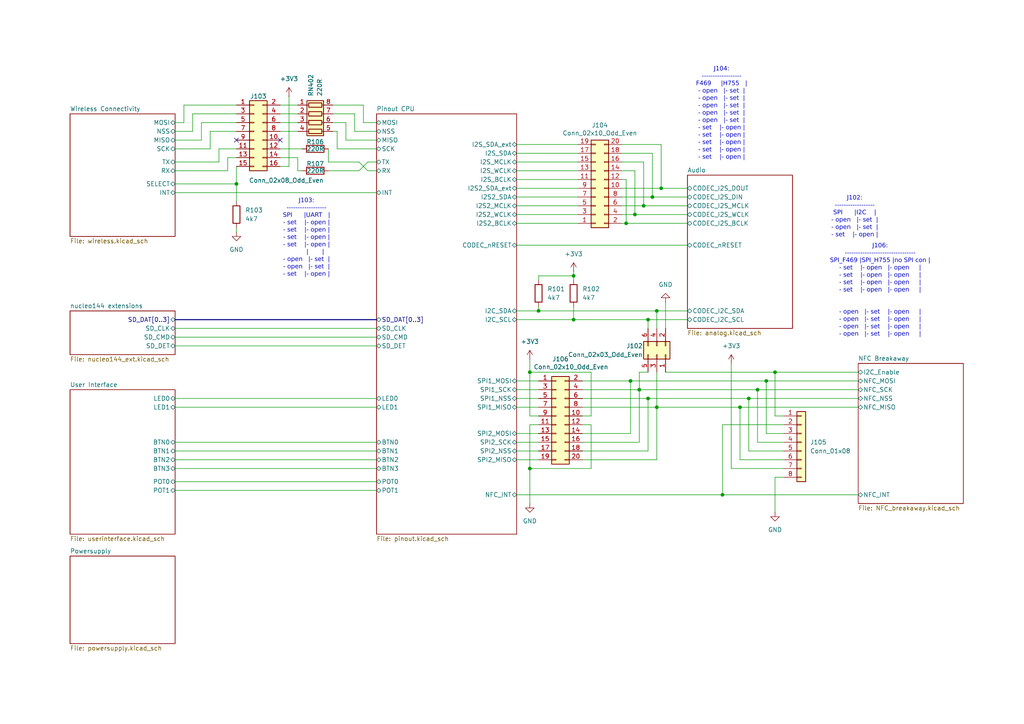
<source format=kicad_sch>
(kicad_sch (version 20250114) (generator "eeschema") (generator_version "9.0")
  (paper "A4")
  (title_block (title "Voicemail-Box Shield") (date "2025-03-12"))
  (lib_symbols
    (symbol "+3V3_1" (power) (pin_numbers (hide yes)) (pin_names (offset 0) (hide yes))
      (property "Value" "+3V3" (at 0 3.556 0))
      (symbol "+3V3_1_0_1"
        (polyline (pts (xy -0.762 1.27) (xy 0 2.54)))
        (polyline (pts (xy 0 2.54) (xy 0.762 1.27)))
        (polyline (pts (xy 0 0) (xy 0 2.54)))
      )
      (symbol "+3V3_1_1_1"
        (pin power_in line (at 0 0 90) (length 0) (name "~") (number "1"))
      )
    )
    (symbol "Connector_Generic:Conn_01x08" (pin_names (offset 1.016) (hide yes))
      (property "Reference" "J" (at 0 10.16 0))
      (property "Value" "Conn_01x08" (at 0 -12.7 0))
      (symbol "Conn_01x08_1_1"
        (rectangle (start -1.27 8.89) (end 1.27 -11.43) (stroke (width 0.254)) (fill (type background)))
        (rectangle (start -1.27 7.747) (end 0 7.493) (stroke (width 0.1524)))
        (rectangle (start -1.27 5.207) (end 0 4.953) (stroke (width 0.1524)))
        (rectangle (start -1.27 2.667) (end 0 2.413) (stroke (width 0.1524)))
        (rectangle (start -1.27 0.127) (end 0 -0.127) (stroke (width 0.1524)))
        (rectangle (start -1.27 -2.413) (end 0 -2.667) (stroke (width 0.1524)))
        (rectangle (start -1.27 -4.953) (end 0 -5.207) (stroke (width 0.1524)))
        (rectangle (start -1.27 -7.493) (end 0 -7.747) (stroke (width 0.1524)))
        (rectangle (start -1.27 -10.033) (end 0 -10.287) (stroke (width 0.1524)))
        (pin passive line (at -5.08 7.62 0) (length 3.81) (name "Pin_1") (number "1"))
        (pin passive line (at -5.08 5.08 0) (length 3.81) (name "Pin_2") (number "2"))
        (pin passive line (at -5.08 2.54 0) (length 3.81) (name "Pin_3") (number "3"))
        (pin passive line (at -5.08 0 0) (length 3.81) (name "Pin_4") (number "4"))
        (pin passive line (at -5.08 -2.54 0) (length 3.81) (name "Pin_5") (number "5"))
        (pin passive line (at -5.08 -5.08 0) (length 3.81) (name "Pin_6") (number "6"))
        (pin passive line (at -5.08 -7.62 0) (length 3.81) (name "Pin_7") (number "7"))
        (pin passive line (at -5.08 -10.16 0) (length 3.81) (name "Pin_8") (number "8"))
      )
    )
    (symbol "Connector_Generic:Conn_02x03_Odd_Even" (pin_names (offset 1.016) (hide yes))
      (property "Reference" "J" (at 1.27 5.08 0))
      (property "Value" "Conn_02x03_Odd_Even" (at 1.27 -5.08 0))
      (symbol "Conn_02x03_Odd_Even_1_1"
        (rectangle (start -1.27 3.81) (end 3.81 -3.81) (stroke (width 0.254)) (fill (type background)))
        (rectangle (start -1.27 2.667) (end 0 2.413) (stroke (width 0.1524)))
        (rectangle (start -1.27 0.127) (end 0 -0.127) (stroke (width 0.1524)))
        (rectangle (start -1.27 -2.413) (end 0 -2.667) (stroke (width 0.1524)))
        (rectangle (start 3.81 2.667) (end 2.54 2.413) (stroke (width 0.1524)))
        (rectangle (start 3.81 0.127) (end 2.54 -0.127) (stroke (width 0.1524)))
        (rectangle (start 3.81 -2.413) (end 2.54 -2.667) (stroke (width 0.1524)))
        (pin passive line (at -5.08 2.54 0) (length 3.81) (name "Pin_1") (number "1"))
        (pin passive line (at -5.08 0 0) (length 3.81) (name "Pin_3") (number "3"))
        (pin passive line (at -5.08 -2.54 0) (length 3.81) (name "Pin_5") (number "5"))
        (pin passive line (at 7.62 2.54 180) (length 3.81) (name "Pin_2") (number "2"))
        (pin passive line (at 7.62 0 180) (length 3.81) (name "Pin_4") (number "4"))
        (pin passive line (at 7.62 -2.54 180) (length 3.81) (name "Pin_6") (number "6"))
      )
    )
    (symbol "Connector_Generic:Conn_02x08_Odd_Even" (pin_names (offset 1.016) (hide yes))
      (property "Reference" "J" (at 1.27 10.16 0))
      (property "Value" "Conn_02x08_Odd_Even" (at 1.27 -12.7 0))
      (symbol "Conn_02x08_Odd_Even_1_1"
        (rectangle (start -1.27 8.89) (end 3.81 -11.43) (stroke (width 0.254)) (fill (type background)))
        (rectangle (start -1.27 7.747) (end 0 7.493) (stroke (width 0.1524)))
        (rectangle (start -1.27 5.207) (end 0 4.953) (stroke (width 0.1524)))
        (rectangle (start -1.27 2.667) (end 0 2.413) (stroke (width 0.1524)))
        (rectangle (start -1.27 0.127) (end 0 -0.127) (stroke (width 0.1524)))
        (rectangle (start -1.27 -2.413) (end 0 -2.667) (stroke (width 0.1524)))
        (rectangle (start -1.27 -4.953) (end 0 -5.207) (stroke (width 0.1524)))
        (rectangle (start -1.27 -7.493) (end 0 -7.747) (stroke (width 0.1524)))
        (rectangle (start -1.27 -10.033) (end 0 -10.287) (stroke (width 0.1524)))
        (rectangle (start 3.81 7.747) (end 2.54 7.493) (stroke (width 0.1524)))
        (rectangle (start 3.81 5.207) (end 2.54 4.953) (stroke (width 0.1524)))
        (rectangle (start 3.81 2.667) (end 2.54 2.413) (stroke (width 0.1524)))
        (rectangle (start 3.81 0.127) (end 2.54 -0.127) (stroke (width 0.1524)))
        (rectangle (start 3.81 -2.413) (end 2.54 -2.667) (stroke (width 0.1524)))
        (rectangle (start 3.81 -4.953) (end 2.54 -5.207) (stroke (width 0.1524)))
        (rectangle (start 3.81 -7.493) (end 2.54 -7.747) (stroke (width 0.1524)))
        (rectangle (start 3.81 -10.033) (end 2.54 -10.287) (stroke (width 0.1524)))
        (pin passive line (at -5.08 7.62 0) (length 3.81) (name "Pin_1") (number "1"))
        (pin passive line (at -5.08 5.08 0) (length 3.81) (name "Pin_3") (number "3"))
        (pin passive line (at -5.08 2.54 0) (length 3.81) (name "Pin_5") (number "5"))
        (pin passive line (at -5.08 0 0) (length 3.81) (name "Pin_7") (number "7"))
        (pin passive line (at -5.08 -2.54 0) (length 3.81) (name "Pin_9") (number "9"))
        (pin passive line (at -5.08 -5.08 0) (length 3.81) (name "Pin_11") (number "11"))
        (pin passive line (at -5.08 -7.62 0) (length 3.81) (name "Pin_13") (number "13"))
        (pin passive line (at -5.08 -10.16 0) (length 3.81) (name "Pin_15") (number "15"))
        (pin passive line (at 7.62 7.62 180) (length 3.81) (name "Pin_2") (number "2"))
        (pin passive line (at 7.62 5.08 180) (length 3.81) (name "Pin_4") (number "4"))
        (pin passive line (at 7.62 2.54 180) (length 3.81) (name "Pin_6") (number "6"))
        (pin passive line (at 7.62 0 180) (length 3.81) (name "Pin_8") (number "8"))
        (pin passive line (at 7.62 -2.54 180) (length 3.81) (name "Pin_10") (number "10"))
        (pin passive line (at 7.62 -5.08 180) (length 3.81) (name "Pin_12") (number "12"))
        (pin passive line (at 7.62 -7.62 180) (length 3.81) (name "Pin_14") (number "14"))
        (pin passive line (at 7.62 -10.16 180) (length 3.81) (name "Pin_16") (number "16"))
      )
    )
    (symbol "Connector_Generic:Conn_02x10_Odd_Even" (pin_names (offset 1.016) (hide yes))
      (property "Reference" "J" (at 1.27 12.7 0))
      (property "Value" "Conn_02x10_Odd_Even" (at 1.27 -15.24 0))
      (symbol "Conn_02x10_Odd_Even_1_1"
        (rectangle (start -1.27 11.43) (end 3.81 -13.97) (stroke (width 0.254)) (fill (type background)))
        (rectangle (start -1.27 10.287) (end 0 10.033) (stroke (width 0.1524)))
        (rectangle (start -1.27 7.747) (end 0 7.493) (stroke (width 0.1524)))
        (rectangle (start -1.27 5.207) (end 0 4.953) (stroke (width 0.1524)))
        (rectangle (start -1.27 2.667) (end 0 2.413) (stroke (width 0.1524)))
        (rectangle (start -1.27 0.127) (end 0 -0.127) (stroke (width 0.1524)))
        (rectangle (start -1.27 -2.413) (end 0 -2.667) (stroke (width 0.1524)))
        (rectangle (start -1.27 -4.953) (end 0 -5.207) (stroke (width 0.1524)))
        (rectangle (start -1.27 -7.493) (end 0 -7.747) (stroke (width 0.1524)))
        (rectangle (start -1.27 -10.033) (end 0 -10.287) (stroke (width 0.1524)))
        (rectangle (start -1.27 -12.573) (end 0 -12.827) (stroke (width 0.1524)))
        (rectangle (start 3.81 10.287) (end 2.54 10.033) (stroke (width 0.1524)))
        (rectangle (start 3.81 7.747) (end 2.54 7.493) (stroke (width 0.1524)))
        (rectangle (start 3.81 5.207) (end 2.54 4.953) (stroke (width 0.1524)))
        (rectangle (start 3.81 2.667) (end 2.54 2.413) (stroke (width 0.1524)))
        (rectangle (start 3.81 0.127) (end 2.54 -0.127) (stroke (width 0.1524)))
        (rectangle (start 3.81 -2.413) (end 2.54 -2.667) (stroke (width 0.1524)))
        (rectangle (start 3.81 -4.953) (end 2.54 -5.207) (stroke (width 0.1524)))
        (rectangle (start 3.81 -7.493) (end 2.54 -7.747) (stroke (width 0.1524)))
        (rectangle (start 3.81 -10.033) (end 2.54 -10.287) (stroke (width 0.1524)))
        (rectangle (start 3.81 -12.573) (end 2.54 -12.827) (stroke (width 0.1524)))
        (pin passive line (at -5.08 10.16 0) (length 3.81) (name "Pin_1") (number "1"))
        (pin passive line (at -5.08 7.62 0) (length 3.81) (name "Pin_3") (number "3"))
        (pin passive line (at -5.08 5.08 0) (length 3.81) (name "Pin_5") (number "5"))
        (pin passive line (at -5.08 2.54 0) (length 3.81) (name "Pin_7") (number "7"))
        (pin passive line (at -5.08 0 0) (length 3.81) (name "Pin_9") (number "9"))
        (pin passive line (at -5.08 -2.54 0) (length 3.81) (name "Pin_11") (number "11"))
        (pin passive line (at -5.08 -5.08 0) (length 3.81) (name "Pin_13") (number "13"))
        (pin passive line (at -5.08 -7.62 0) (length 3.81) (name "Pin_15") (number "15"))
        (pin passive line (at -5.08 -10.16 0) (length 3.81) (name "Pin_17") (number "17"))
        (pin passive line (at -5.08 -12.7 0) (length 3.81) (name "Pin_19") (number "19"))
        (pin passive line (at 7.62 10.16 180) (length 3.81) (name "Pin_2") (number "2"))
        (pin passive line (at 7.62 7.62 180) (length 3.81) (name "Pin_4") (number "4"))
        (pin passive line (at 7.62 5.08 180) (length 3.81) (name "Pin_6") (number "6"))
        (pin passive line (at 7.62 2.54 180) (length 3.81) (name "Pin_8") (number "8"))
        (pin passive line (at 7.62 0 180) (length 3.81) (name "Pin_10") (number "10"))
        (pin passive line (at 7.62 -2.54 180) (length 3.81) (name "Pin_12") (number "12"))
        (pin passive line (at 7.62 -5.08 180) (length 3.81) (name "Pin_14") (number "14"))
        (pin passive line (at 7.62 -7.62 180) (length 3.81) (name "Pin_16") (number "16"))
        (pin passive line (at 7.62 -10.16 180) (length 3.81) (name "Pin_18") (number "18"))
        (pin passive line (at 7.62 -12.7 180) (length 3.81) (name "Pin_20") (number "20"))
      )
    )
    (symbol "Device:R" (pin_numbers (hide yes)) (pin_names (offset 0))
      (property "Reference" "R" (at 2.032 0 90))
      (property "Value" "R" (at 0 0 90))
      (symbol "R_0_1"
        (rectangle (start -1.016 -2.54) (end 1.016 2.54) (stroke (width 0.254)))
      )
      (symbol "R_1_1"
        (pin passive line (at 0 3.81 270) (length 1.27) (name "~") (number "1"))
        (pin passive line (at 0 -3.81 90) (length 1.27) (name "~") (number "2"))
      )
    )
    (symbol "Device:R_Pack04" (pin_names (offset 0) (hide yes))
      (property "Reference" "RN" (at -7.62 0 90))
      (property "Value" "R_Pack04" (at 5.08 0 90))
      (symbol "R_Pack04_0_1"
        (rectangle (start -6.35 -2.413) (end 3.81 2.413) (stroke (width 0.254)) (fill (type background)))
        (rectangle (start -5.715 1.905) (end -4.445 -1.905) (stroke (width 0.254)))
        (polyline (pts (xy -5.08 1.905) (xy -5.08 2.54)))
        (polyline (pts (xy -5.08 -2.54) (xy -5.08 -1.905)))
        (rectangle (start -3.175 1.905) (end -1.905 -1.905) (stroke (width 0.254)))
        (polyline (pts (xy -2.54 1.905) (xy -2.54 2.54)))
        (polyline (pts (xy -2.54 -2.54) (xy -2.54 -1.905)))
        (rectangle (start -0.635 1.905) (end 0.635 -1.905) (stroke (width 0.254)))
        (polyline (pts (xy 0 1.905) (xy 0 2.54)))
        (polyline (pts (xy 0 -2.54) (xy 0 -1.905)))
        (rectangle (start 1.905 1.905) (end 3.175 -1.905) (stroke (width 0.254)))
        (polyline (pts (xy 2.54 1.905) (xy 2.54 2.54)))
        (polyline (pts (xy 2.54 -2.54) (xy 2.54 -1.905)))
      )
      (symbol "R_Pack04_1_1"
        (pin passive line (at -5.08 5.08 270) (length 2.54) (name "R1.2") (number "8"))
        (pin passive line (at -5.08 -5.08 90) (length 2.54) (name "R1.1") (number "1"))
        (pin passive line (at -2.54 5.08 270) (length 2.54) (name "R2.2") (number "7"))
        (pin passive line (at -2.54 -5.08 90) (length 2.54) (name "R2.1") (number "2"))
        (pin passive line (at 0 5.08 270) (length 2.54) (name "R3.2") (number "6"))
        (pin passive line (at 0 -5.08 90) (length 2.54) (name "R3.1") (number "3"))
        (pin passive line (at 2.54 5.08 270) (length 2.54) (name "R4.2") (number "5"))
        (pin passive line (at 2.54 -5.08 90) (length 2.54) (name "R4.1") (number "4"))
      )
    )
    (symbol "GND_1" (power) (pin_numbers (hide yes)) (pin_names (offset 0) (hide yes))
      (property "Value" "GND" (at 0 -3.81 0))
      (symbol "GND_1_0_1"
        (polyline (pts (xy 0 0) (xy 0 -1.27) (xy 1.27 -1.27) (xy 0 -2.54) (xy -1.27 -1.27) (xy 0 -1.27)))
      )
      (symbol "GND_1_1_1"
        (pin power_in line (at 0 0 270) (length 0) (name "~") (number "1"))
      )
    )
  )
  (text "J102:\n------------------\nSPI      |I2C    |\n- open   |- set  |\n- open   |- set  |\n- set    |- open |\n" (at 247.904 63.246 0) (effects (font (size 1.27 1.27))))
  (text "J103:\n------------------\nSPI      |UART   |\n- set    |- open |\n- set    |- open |\n- set    |- open |\n- set    |- open |\n         |       |\n- open   |- set  |\n- open   |- set  |\n- set    |- open |\n" (at 88.9 69.342 0) (effects (font (size 1.27 1.27))))
  (text "J104:\n------------------\nF469     |H755   |\n- open   |- set  |\n- open   |- set  |\n- open   |- set  |\n- open   |- set  |\n- open   |- set  |\n- set    |- open |\n- set    |- open |\n- set    |- open |\n- set    |- open |\n- set    |- open |\n" (at 209.296 33.274 0) (effects (font (size 1.27 1.27))))
  (text "J106:\n--------------------------------\nSPI_F469 |SPI_H755 |no SPI con |\n- set    |- open   |- open     |\n- set    |- open   |- open     |\n- set    |- open   |- open     |\n- set    |- open   |- open     |\n\n\n- open   |- set    |- open     |\n- open   |- set    |- open     |\n- open   |- set    |- open     |\n- open   |- set    |- open     |" (at 255.27 84.582 0) (effects (font (size 1.27 1.27))))
  (junction (at 182.88 110.49))
  (junction (at 187.96 115.57))
  (junction (at 186.69 59.69))
  (junction (at 219.71 113.03))
  (junction (at 181.61 64.77))
  (junction (at 166.37 92.71))
  (junction (at 214.63 118.11))
  (junction (at 189.23 57.15))
  (junction (at 68.58 53.34))
  (junction (at 209.55 143.51))
  (junction (at 153.67 107.95))
  (junction (at 224.79 107.95))
  (junction (at 187.96 92.71))
  (junction (at 185.42 113.03))
  (junction (at 153.67 135.89))
  (junction (at 184.15 62.23))
  (junction (at 166.37 80.01))
  (junction (at 190.5 118.11))
  (junction (at 191.77 54.61))
  (junction (at 217.17 115.57))
  (junction (at 222.25 110.49))
  (junction (at 156.21 90.17))
  (junction (at 190.5 90.17))
  (no_connect (at 81.28 40.64))
  (no_connect (at 68.58 40.64))
  (wire (pts (xy 149.86 44.45) (xy 167.64 44.45)))
  (wire (pts (xy 166.37 78.74) (xy 166.37 80.01)))
  (wire (pts (xy 180.34 41.91) (xy 191.77 41.91)))
  (wire (pts (xy 168.91 115.57) (xy 187.96 115.57)))
  (wire (pts (xy 222.25 125.73) (xy 222.25 110.49)))
  (wire (pts (xy 224.79 138.43) (xy 224.79 148.59)))
  (wire (pts (xy 191.77 54.61) (xy 199.39 54.61)))
  (wire (pts (xy 209.55 123.19) (xy 209.55 143.51)))
  (wire (pts (xy 168.91 113.03) (xy 185.42 113.03)))
  (wire (pts (xy 60.96 43.18) (xy 60.96 38.1)))
  (wire (pts (xy 63.5 43.18) (xy 68.58 43.18)))
  (wire (pts (xy 166.37 92.71) (xy 187.96 92.71)))
  (wire (pts (xy 224.79 120.65) (xy 224.79 107.95)))
  (wire (pts (xy 149.86 125.73) (xy 156.21 125.73)))
  (wire (pts (xy 222.25 110.49) (xy 248.92 110.49)))
  (wire (pts (xy 227.33 133.35) (xy 214.63 133.35)))
  (wire (pts (xy 219.71 113.03) (xy 248.92 113.03)))
  (wire (pts (xy 187.96 130.81) (xy 187.96 115.57)))
  (wire (pts (xy 96.52 33.02) (xy 102.87 33.02)))
  (wire (pts (xy 193.04 107.95) (xy 224.79 107.95)))
  (wire (pts (xy 181.61 52.07) (xy 181.61 64.77)))
  (wire (pts (xy 149.86 118.11) (xy 156.21 118.11)))
  (wire (pts (xy 156.21 123.19) (xy 153.67 123.19)))
  (wire (pts (xy 50.8 130.81) (xy 109.22 130.81)))
  (wire (pts (xy 153.67 104.14) (xy 153.67 107.95)))
  (wire (pts (xy 227.33 128.27) (xy 219.71 128.27)))
  (wire (pts (xy 106.68 49.53) (xy 109.22 49.53)))
  (wire (pts (xy 149.86 64.77) (xy 167.64 64.77)))
  (wire (pts (xy 168.91 125.73) (xy 182.88 125.73)))
  (wire (pts (xy 184.15 49.53) (xy 184.15 62.23)))
  (wire (pts (xy 50.8 40.64) (xy 58.42 40.64)))
  (wire (pts (xy 184.15 62.23) (xy 199.39 62.23)))
  (wire (pts (xy 153.67 123.19) (xy 153.67 135.89)))
  (wire (pts (xy 171.45 135.89) (xy 153.67 135.89)))
  (bus (pts (xy 50.8 92.71) (xy 109.22 92.71)))
  (wire (pts (xy 227.33 135.89) (xy 212.09 135.89)))
  (wire (pts (xy 104.14 46.99) (xy 95.25 46.99)))
  (wire (pts (xy 171.45 120.65) (xy 171.45 107.95)))
  (wire (pts (xy 219.71 128.27) (xy 219.71 113.03)))
  (wire (pts (xy 168.91 123.19) (xy 171.45 123.19)))
  (wire (pts (xy 149.86 130.81) (xy 156.21 130.81)))
  (wire (pts (xy 149.86 59.69) (xy 167.64 59.69)))
  (wire (pts (xy 58.42 35.56) (xy 68.58 35.56)))
  (wire (pts (xy 50.8 46.99) (xy 63.5 46.99)))
  (wire (pts (xy 109.22 40.64) (xy 100.33 40.64)))
  (wire (pts (xy 149.86 128.27) (xy 156.21 128.27)))
  (wire (pts (xy 180.34 57.15) (xy 189.23 57.15)))
  (wire (pts (xy 187.96 92.71) (xy 199.39 92.71)))
  (wire (pts (xy 50.8 118.11) (xy 109.22 118.11)))
  (wire (pts (xy 81.28 48.26) (xy 83.82 48.26)))
  (wire (pts (xy 181.61 64.77) (xy 199.39 64.77)))
  (wire (pts (xy 214.63 133.35) (xy 214.63 118.11)))
  (wire (pts (xy 96.52 38.1) (xy 97.79 38.1)))
  (wire (pts (xy 96.52 35.56) (xy 100.33 35.56)))
  (wire (pts (xy 149.86 90.17) (xy 156.21 90.17)))
  (wire (pts (xy 68.58 45.72) (xy 66.04 45.72)))
  (wire (pts (xy 227.33 125.73) (xy 222.25 125.73)))
  (wire (pts (xy 180.34 52.07) (xy 181.61 52.07)))
  (wire (pts (xy 104.14 49.53) (xy 106.68 46.99)))
  (wire (pts (xy 149.86 52.07) (xy 167.64 52.07)))
  (wire (pts (xy 50.8 53.34) (xy 68.58 53.34)))
  (wire (pts (xy 81.28 38.1) (xy 86.36 38.1)))
  (wire (pts (xy 149.86 41.91) (xy 167.64 41.91)))
  (wire (pts (xy 50.8 135.89) (xy 109.22 135.89)))
  (wire (pts (xy 149.86 49.53) (xy 167.64 49.53)))
  (wire (pts (xy 50.8 142.24) (xy 109.22 142.24)))
  (wire (pts (xy 81.28 45.72) (xy 86.36 45.72)))
  (wire (pts (xy 81.28 30.48) (xy 86.36 30.48)))
  (wire (pts (xy 168.91 128.27) (xy 185.42 128.27)))
  (wire (pts (xy 68.58 48.26) (xy 68.58 53.34)))
  (wire (pts (xy 217.17 115.57) (xy 248.92 115.57)))
  (wire (pts (xy 149.86 133.35) (xy 156.21 133.35)))
  (wire (pts (xy 50.8 95.25) (xy 109.22 95.25)))
  (wire (pts (xy 81.28 43.18) (xy 87.63 43.18)))
  (wire (pts (xy 190.5 118.11) (xy 190.5 133.35)))
  (wire (pts (xy 227.33 120.65) (xy 224.79 120.65)))
  (wire (pts (xy 102.87 33.02) (xy 102.87 38.1)))
  (wire (pts (xy 50.8 49.53) (xy 66.04 49.53)))
  (wire (pts (xy 185.42 107.95) (xy 185.42 113.03)))
  (wire (pts (xy 193.04 95.25) (xy 193.04 87.63)))
  (wire (pts (xy 182.88 125.73) (xy 182.88 110.49)))
  (wire (pts (xy 149.86 57.15) (xy 167.64 57.15)))
  (wire (pts (xy 97.79 38.1) (xy 97.79 43.18)))
  (wire (pts (xy 149.86 92.71) (xy 166.37 92.71)))
  (wire (pts (xy 66.04 45.72) (xy 66.04 49.53)))
  (wire (pts (xy 186.69 46.99) (xy 186.69 59.69)))
  (wire (pts (xy 102.87 38.1) (xy 109.22 38.1)))
  (wire (pts (xy 95.25 49.53) (xy 104.14 49.53)))
  (wire (pts (xy 68.58 53.34) (xy 68.58 58.42)))
  (wire (pts (xy 50.8 115.57) (xy 109.22 115.57)))
  (wire (pts (xy 156.21 90.17) (xy 190.5 90.17)))
  (wire (pts (xy 149.86 71.12) (xy 199.39 71.12)))
  (wire (pts (xy 149.86 110.49) (xy 156.21 110.49)))
  (wire (pts (xy 53.34 35.56) (xy 53.34 30.48)))
  (wire (pts (xy 60.96 38.1) (xy 68.58 38.1)))
  (wire (pts (xy 95.25 46.99) (xy 95.25 43.18)))
  (wire (pts (xy 180.34 44.45) (xy 189.23 44.45)))
  (wire (pts (xy 50.8 128.27) (xy 109.22 128.27)))
  (wire (pts (xy 187.96 107.95) (xy 185.42 107.95)))
  (wire (pts (xy 53.34 30.48) (xy 68.58 30.48)))
  (wire (pts (xy 156.21 120.65) (xy 153.67 120.65)))
  (wire (pts (xy 190.5 90.17) (xy 190.5 95.25)))
  (wire (pts (xy 68.58 66.04) (xy 68.58 67.31)))
  (wire (pts (xy 190.5 118.11) (xy 214.63 118.11)))
  (wire (pts (xy 187.96 92.71) (xy 187.96 95.25)))
  (wire (pts (xy 81.28 35.56) (xy 86.36 35.56)))
  (wire (pts (xy 189.23 44.45) (xy 189.23 57.15)))
  (wire (pts (xy 50.8 35.56) (xy 53.34 35.56)))
  (wire (pts (xy 50.8 43.18) (xy 60.96 43.18)))
  (wire (pts (xy 168.91 118.11) (xy 190.5 118.11)))
  (wire (pts (xy 106.68 46.99) (xy 109.22 46.99)))
  (wire (pts (xy 180.34 64.77) (xy 181.61 64.77)))
  (wire (pts (xy 189.23 57.15) (xy 199.39 57.15)))
  (wire (pts (xy 168.91 133.35) (xy 190.5 133.35)))
  (wire (pts (xy 50.8 133.35) (xy 109.22 133.35)))
  (wire (pts (xy 149.86 113.03) (xy 156.21 113.03)))
  (wire (pts (xy 186.69 59.69) (xy 199.39 59.69)))
  (wire (pts (xy 50.8 100.33) (xy 109.22 100.33)))
  (wire (pts (xy 55.88 38.1) (xy 55.88 33.02)))
  (wire (pts (xy 214.63 118.11) (xy 248.92 118.11)))
  (wire (pts (xy 153.67 107.95) (xy 153.67 120.65)))
  (wire (pts (xy 50.8 139.7) (xy 109.22 139.7)))
  (wire (pts (xy 86.36 45.72) (xy 86.36 49.53)))
  (wire (pts (xy 227.33 130.81) (xy 217.17 130.81)))
  (wire (pts (xy 83.82 27.94) (xy 83.82 48.26)))
  (wire (pts (xy 168.91 110.49) (xy 182.88 110.49)))
  (wire (pts (xy 50.8 97.79) (xy 109.22 97.79)))
  (wire (pts (xy 166.37 80.01) (xy 166.37 81.28)))
  (wire (pts (xy 149.86 62.23) (xy 167.64 62.23)))
  (wire (pts (xy 180.34 49.53) (xy 184.15 49.53)))
  (wire (pts (xy 209.55 123.19) (xy 227.33 123.19)))
  (wire (pts (xy 180.34 62.23) (xy 184.15 62.23)))
  (wire (pts (xy 217.17 130.81) (xy 217.17 115.57)))
  (wire (pts (xy 191.77 41.91) (xy 191.77 54.61)))
  (wire (pts (xy 180.34 54.61) (xy 191.77 54.61)))
  (wire (pts (xy 224.79 107.95) (xy 248.92 107.95)))
  (wire (pts (xy 149.86 143.51) (xy 209.55 143.51)))
  (wire (pts (xy 190.5 90.17) (xy 199.39 90.17)))
  (wire (pts (xy 55.88 33.02) (xy 68.58 33.02)))
  (wire (pts (xy 149.86 54.61) (xy 167.64 54.61)))
  (wire (pts (xy 182.88 110.49) (xy 222.25 110.49)))
  (wire (pts (xy 63.5 46.99) (xy 63.5 43.18)))
  (wire (pts (xy 156.21 80.01) (xy 166.37 80.01)))
  (wire (pts (xy 180.34 59.69) (xy 186.69 59.69)))
  (wire (pts (xy 190.5 107.95) (xy 190.5 118.11)))
  (wire (pts (xy 97.79 43.18) (xy 109.22 43.18)))
  (wire (pts (xy 153.67 135.89) (xy 153.67 146.05)))
  (wire (pts (xy 50.8 55.88) (xy 109.22 55.88)))
  (wire (pts (xy 224.79 138.43) (xy 227.33 138.43)))
  (wire (pts (xy 156.21 88.9) (xy 156.21 90.17)))
  (wire (pts (xy 185.42 128.27) (xy 185.42 113.03)))
  (wire (pts (xy 100.33 40.64) (xy 100.33 35.56)))
  (wire (pts (xy 104.14 46.99) (xy 106.68 49.53)))
  (wire (pts (xy 109.22 35.56) (xy 105.41 35.56)))
  (wire (pts (xy 149.86 115.57) (xy 156.21 115.57)))
  (wire (pts (xy 171.45 123.19) (xy 171.45 135.89)))
  (wire (pts (xy 209.55 143.51) (xy 248.92 143.51)))
  (wire (pts (xy 58.42 40.64) (xy 58.42 35.56)))
  (wire (pts (xy 81.28 33.02) (xy 86.36 33.02)))
  (wire (pts (xy 105.41 35.56) (xy 105.41 30.48)))
  (wire (pts (xy 180.34 46.99) (xy 186.69 46.99)))
  (wire (pts (xy 168.91 120.65) (xy 171.45 120.65)))
  (wire (pts (xy 171.45 107.95) (xy 153.67 107.95)))
  (wire (pts (xy 187.96 115.57) (xy 217.17 115.57)))
  (wire (pts (xy 168.91 130.81) (xy 187.96 130.81)))
  (wire (pts (xy 50.8 38.1) (xy 55.88 38.1)))
  (wire (pts (xy 96.52 30.48) (xy 105.41 30.48)))
  (wire (pts (xy 156.21 81.28) (xy 156.21 80.01)))
  (wire (pts (xy 212.09 105.41) (xy 212.09 135.89)))
  (wire (pts (xy 149.86 46.99) (xy 167.64 46.99)))
  (wire (pts (xy 166.37 88.9) (xy 166.37 92.71)))
  (wire (pts (xy 86.36 49.53) (xy 87.63 49.53)))
  (wire (pts (xy 185.42 113.03) (xy 219.71 113.03)))
  (symbol (lib_name "GND_1") (lib_id "power:GND") (at 224.79 148.59 0) (unit 1)
    (property "Reference" "#PWR0214" (effects (hide yes)))
    (property "Value" "GND" (at 224.79 153.67 0))
    (property "Description" "Power symbol creates a global label with name \"GND\" , ground" (effects (hide yes)))
  )
  (symbol (lib_id "Device:R_Pack04") (at 91.44 35.56 270) (unit 1)
    (property "Reference" "RN402" (at 90.1699 27.94 0) (effects (justify right)))
    (property "Value" "220R" (at 92.7099 27.94 0) (effects (justify right)))
    (property "Footprint" "Resistor_SMD:R_Array_Convex_4x0603" (effects (hide yes)))
    (property "Description" "4 resistor network, parallel topology" (effects (hide yes)))
    (property "Manufacturer" "Panasonic Electronic Components" (effects (hide yes)))
    (property "Part Number" "EXB-38V221JV" (effects (hide yes)))
  )
  (symbol (lib_name "+3V3_1") (lib_id "power:+3V3") (at 212.09 105.41 0) (mirror y) (unit 1)
    (property "Reference" "#PWR0419" (effects (hide yes)))
    (property "Value" "+3V3" (at 212.09 100.33 0))
    (property "Description" "Power symbol creates a global label with name \"+3V3\"" (effects (hide yes)))
  )
  (symbol (lib_name "+3V3_1") (lib_id "power:+3V3") (at 83.82 27.94 0) (mirror y) (unit 1)
    (property "Reference" "#PWR0416" (effects (hide yes)))
    (property "Value" "+3V3" (at 83.82 22.86 0))
    (property "Description" "Power symbol creates a global label with name \"+3V3\"" (effects (hide yes)))
  )
  (symbol (lib_name "GND_1") (lib_id "power:GND") (at 68.58 67.31 0) (unit 1)
    (property "Reference" "#PWR0213" (effects (hide yes)))
    (property "Value" "GND" (at 68.58 72.39 0))
    (property "Description" "Power symbol creates a global label with name \"GND\" , ground" (effects (hide yes)))
  )
  (symbol (lib_name "+3V3_1") (lib_id "power:+3V3") (at 166.37 78.74 0) (mirror y) (unit 1)
    (property "Reference" "#PWR0417" (effects (hide yes)))
    (property "Value" "+3V3" (at 166.37 73.66 0))
    (property "Description" "Power symbol creates a global label with name \"+3V3\"" (effects (hide yes)))
  )
  (symbol (lib_id "Device:R") (at 156.21 85.09 0) (unit 1)
    (property "Reference" "R101" (at 158.75 83.8199 0) (effects (justify left)))
    (property "Value" "4k7" (at 158.75 86.3599 0) (effects (justify left)))
    (property "Footprint" "Resistor_SMD:R_0603_1608Metric_Pad0.98x0.95mm_HandSolder" (effects (hide yes)))
    (property "Description" "Resistor" (effects (hide yes)))
    (property "Manufacturer" "Yageo" (effects (hide yes)))
    (property "Part Number" "RC0603FR-074K7L" (effects (hide yes)))
  )
  (symbol (lib_name "+3V3_1") (lib_id "power:+3V3") (at 153.67 104.14 0) (mirror y) (unit 1)
    (property "Reference" "#PWR0418" (effects (hide yes)))
    (property "Value" "+3V3" (at 153.67 99.06 0))
    (property "Description" "Power symbol creates a global label with name \"+3V3\"" (effects (hide yes)))
  )
  (symbol (lib_name "GND_1") (lib_id "power:GND") (at 153.67 146.05 0) (unit 1)
    (property "Reference" "#PWR0215" (effects (hide yes)))
    (property "Value" "GND" (at 153.67 151.13 0))
    (property "Description" "Power symbol creates a global label with name \"GND\" , ground" (effects (hide yes)))
  )
  (symbol (lib_id "Connector_Generic:Conn_01x08") (at 232.41 128.27 0) (unit 1)
    (property "Reference" "J105" (at 234.95 128.2699 0) (effects (justify left)))
    (property "Value" "Conn_01x08" (at 234.95 130.8099 0) (effects (justify left)))
    (property "Footprint" "Connector_PinHeader_2.54mm:PinHeader_1x08_P2.54mm_Vertical" (effects (hide yes)))
    (property "Description" "Generic connector, single row, 01x08, script generated (kicad-library-utils/schlib/autogen/connector/)" (effects (hide yes)))
    (property "Manufacturer" "Würth Elektronik" (effects (hide yes)))
    (property "Part Number" "61300811121" (effects (hide yes)))
  )
  (symbol (lib_name "GND_1") (lib_id "power:GND") (at 193.04 87.63 180) (unit 1)
    (property "Reference" "#PWR0212" (effects (hide yes)))
    (property "Value" "GND" (at 193.04 82.55 0))
    (property "Description" "Power symbol creates a global label with name \"GND\" , ground" (effects (hide yes)))
  )
  (symbol (lib_id "Device:R") (at 91.44 49.53 90) (unit 1)
    (property "Reference" "R107" (at 91.44 47.498 90))
    (property "Value" "220R" (at 91.44 49.53 90))
    (property "Footprint" "Resistor_SMD:R_0603_1608Metric_Pad0.98x0.95mm_HandSolder" (effects (hide yes)))
    (property "Description" "Resistor" (effects (hide yes)))
    (property "Manufacturer" "Yageo" (effects (hide yes)))
    (property "Part Number" "RC0603FR-07220RL" (effects (hide yes)))
  )
  (symbol (lib_id "Connector_Generic:Conn_02x10_Odd_Even") (at 161.29 120.65 0) (unit 1)
    (property "Reference" "J106" (at 162.56 104.14 0))
    (property "Value" "Conn_02x10_Odd_Even" (at 165.608 106.426 0))
    (property "Footprint" "Connector_PinHeader_2.54mm:PinHeader_2x10_P2.54mm_Vertical" (effects (hide yes)))
    (property "Description" "Generic connector, double row, 02x10, odd/even pin numbering scheme (row 1 odd numbers, row 2 even numbers), script generated (kicad-library-utils/schlib/autogen/connector/)" (effects (hide yes)))
    (property "Manufacturer" "Molex" (effects (hide yes)))
    (property "Part Number" "0901310770" (effects (hide yes)))
  )
  (symbol (lib_id "Device:R") (at 68.58 62.23 0) (unit 1)
    (property "Reference" "R103" (at 71.12 60.9599 0) (effects (justify left)))
    (property "Value" "4k7" (at 71.12 63.4999 0) (effects (justify left)))
    (property "Footprint" "Resistor_SMD:R_0603_1608Metric_Pad0.98x0.95mm_HandSolder" (effects (hide yes)))
    (property "Description" "Resistor" (effects (hide yes)))
    (property "Manufacturer" "Yageo" (effects (hide yes)))
    (property "Part Number" "RC0603FR-074K7L" (effects (hide yes)))
  )
  (symbol (lib_id "Device:R") (at 166.37 85.09 0) (unit 1)
    (property "Reference" "R102" (at 168.91 83.8199 0) (effects (justify left)))
    (property "Value" "4k7" (at 168.91 86.3599 0) (effects (justify left)))
    (property "Footprint" "Resistor_SMD:R_0603_1608Metric_Pad0.98x0.95mm_HandSolder" (effects (hide yes)))
    (property "Description" "Resistor" (effects (hide yes)))
    (property "Manufacturer" "Yageo" (effects (hide yes)))
    (property "Part Number" "RC0603FR-074K7L" (effects (hide yes)))
  )
  (symbol (lib_id "Connector_Generic:Conn_02x03_Odd_Even") (at 190.5 102.87 270) (mirror x) (unit 1)
    (property "Reference" "J102" (at 186.436 100.33 90) (effects (justify right)))
    (property "Value" "Conn_02x03_Odd_Even" (at 186.436 102.87 90) (effects (justify right)))
    (property "Footprint" "Connector_PinHeader_2.54mm:PinHeader_2x03_P2.54mm_Vertical" (effects (hide yes)))
    (property "Description" "Generic connector, double row, 02x03, odd/even pin numbering scheme (row 1 odd numbers, row 2 even numbers), script generated (kicad-library-utils/schlib/autogen/connector/)" (effects (hide yes)))
    (property "Manufacturer" "Würth Elektronik" (effects (hide yes)))
    (property "Part Number" "61300621121" (effects (hide yes)))
  )
  (symbol (lib_id "Device:R") (at 91.44 43.18 90) (unit 1)
    (property "Reference" "R106" (at 91.44 41.148 90))
    (property "Value" "220R" (at 91.44 43.18 90))
    (property "Footprint" "Resistor_SMD:R_0603_1608Metric_Pad0.98x0.95mm_HandSolder" (effects (hide yes)))
    (property "Description" "Resistor" (effects (hide yes)))
    (property "Manufacturer" "Yageo" (effects (hide yes)))
    (property "Part Number" "RC0603FR-07220RL" (effects (hide yes)))
  )
  (symbol (lib_id "Connector_Generic:Conn_02x10_Odd_Even") (at 172.72 54.61 0) (mirror x) (unit 1)
    (property "Reference" "J104" (at 173.99 36.322 0))
    (property "Value" "Conn_02x10_Odd_Even" (at 173.99 38.608 0))
    (property "Footprint" "Connector_PinHeader_2.54mm:PinHeader_2x10_P2.54mm_Vertical" (effects (hide yes)))
    (property "Description" "Generic connector, double row, 02x10, odd/even pin numbering scheme (row 1 odd numbers, row 2 even numbers), script generated (kicad-library-utils/schlib/autogen/connector/)" (effects (hide yes)))
    (property "Manufacturer" "Molex" (effects (hide yes)))
    (property "Part Number" "0901310770" (effects (hide yes)))
  )
  (symbol (lib_id "Connector_Generic:Conn_02x08_Odd_Even") (at 73.66 38.1 0) (unit 1)
    (property "Reference" "J103" (at 74.93 27.94 0))
    (property "Value" "Conn_02x08_Odd_Even" (at 83.058 52.324 0))
    (property "Footprint" "Connector_PinHeader_2.54mm:PinHeader_2x08_P2.54mm_Vertical" (effects (hide yes)))
    (property "Description" "Generic connector, double row, 02x08, odd/even pin numbering scheme (row 1 odd numbers, row 2 even numbers), script generated (kicad-library-utils/schlib/autogen/connector/)" (effects (hide yes)))
    (property "Manufacturer" "Würth Elektronik" (effects (hide yes)))
    (property "Part Number" "61301621121" (effects (hide yes)))
  )
  (sheet (at 20.32 113.03) (size 30.48 41.91) (stroke (width 0.1524))
    (property "Sheetname" "User Interface" (at 20.32 112.3184 0) (effects (justify left bottom)))
    (property "Sheetfile" "userinterface.kicad_sch" (at 20.32 155.5246 0) (effects (justify left top)))
    (pin "LED0" bidirectional (at 50.8 115.57 0))
    (pin "BTN3" bidirectional (at 50.8 135.89 0))
    (pin "BTN1" bidirectional (at 50.8 130.81 0))
    (pin "BTN0" bidirectional (at 50.8 128.27 0))
    (pin "LED1" bidirectional (at 50.8 118.11 0))
    (pin "BTN2" bidirectional (at 50.8 133.35 0))
    (pin "POT1" bidirectional (at 50.8 142.24 0))
    (pin "POT0" bidirectional (at 50.8 139.7 0))
  )
  (sheet (at 199.39 50.8) (size 30.48 44.45) (stroke (width 0.1524))
    (property "Sheetname" "Audio" (at 199.39 50.0884 0) (effects (justify left bottom)))
    (property "Sheetfile" "analog.kicad_sch" (at 199.39 95.8346 0) (effects (justify left top)))
    (pin "CODEC_I2S_DOUT" bidirectional (at 199.39 54.61 180))
    (pin "CODEC_I2S_DIN" bidirectional (at 199.39 57.15 180))
    (pin "CODEC_nRESET" bidirectional (at 199.39 71.12 180))
    (pin "CODEC_I2S_MCLK" bidirectional (at 199.39 59.69 180))
    (pin "CODEC_I2S_WCLK" bidirectional (at 199.39 62.23 180))
    (pin "CODEC_I2C_SDA" bidirectional (at 199.39 90.17 180))
    (pin "CODEC_I2C_SCL" bidirectional (at 199.39 92.71 180))
    (pin "CODEC_I2S_BCLK" bidirectional (at 199.39 64.77 180))
  )
  (sheet (at 20.32 90.17) (size 30.48 12.7) (stroke (width 0.1524))
    (property "Sheetname" "nucleo144 extensions" (at 20.32 89.4584 0) (effects (justify left bottom)))
    (property "Sheetfile" "nucleo144_ext.kicad_sch" (at 20.32 103.4546 0) (effects (justify left top)))
    (pin "SD_CLK" bidirectional (at 50.8 95.25 0))
    (pin "SD_CMD" bidirectional (at 50.8 97.79 0))
    (pin "SD_DET" bidirectional (at 50.8 100.33 0))
    (pin "SD_DAT[0..3]" bidirectional (at 50.8 92.71 0))
  )
  (sheet (at 109.22 33.02) (size 40.64 121.92) (stroke (width 0.1524))
    (property "Sheetname" "Pinout CPU" (at 109.22 32.3084 0) (effects (justify left bottom)))
    (property "Sheetfile" "pinout.kicad_sch" (at 109.22 155.5246 0) (effects (justify left top)))
    (pin "SD_CLK" bidirectional (at 109.22 95.25 180))
    (pin "SD_DAT[0..3]" bidirectional (at 109.22 92.71 180))
    (pin "SD_CMD" bidirectional (at 109.22 97.79 180))
    (pin "SD_DET" bidirectional (at 109.22 100.33 180))
    (pin "SCK" bidirectional (at 109.22 43.18 180))
    (pin "MISO" bidirectional (at 109.22 40.64 180))
    (pin "RX" bidirectional (at 109.22 49.53 180))
    (pin "MOSI" bidirectional (at 109.22 35.56 180))
    (pin "TX" bidirectional (at 109.22 46.99 180))
    (pin "NSS" bidirectional (at 109.22 38.1 180))
    (pin "INT" bidirectional (at 109.22 55.88 180))
    (pin "I2S2_WCLK" bidirectional (at 149.86 62.23 0))
    (pin "I2C_SDA" bidirectional (at 149.86 90.17 0))
    (pin "I2S2_MCLK" bidirectional (at 149.86 59.69 0))
    (pin "I2S2_BCLK" bidirectional (at 149.86 64.77 0))
    (pin "SPI1_MOSI" bidirectional (at 149.86 110.49 0))
    (pin "CODEC_nRESET" bidirectional (at 149.86 71.12 0))
    (pin "SPI1_SCK" bidirectional (at 149.86 113.03 0))
    (pin "SPI1_NSS" bidirectional (at 149.86 115.57 0))
    (pin "I2S2_SDA_ext" bidirectional (at 149.86 54.61 0))
    (pin "I2C_SCL" bidirectional (at 149.86 92.71 0))
    (pin "I2S2_SDA" bidirectional (at 149.86 57.15 0))
    (pin "SPI1_MISO" bidirectional (at 149.86 118.11 0))
    (pin "NFC_INT" bidirectional (at 149.86 143.51 0))
    (pin "SPI2_NSS" bidirectional (at 149.86 130.81 0))
    (pin "SPI2_SCK" bidirectional (at 149.86 128.27 0))
    (pin "SPI2_MOSI" bidirectional (at 149.86 125.73 0))
    (pin "SPI2_MISO" bidirectional (at 149.86 133.35 0))
    (pin "I2S_WCLK" bidirectional (at 149.86 49.53 0))
    (pin "I2S_SDA_ext" bidirectional (at 149.86 41.91 0))
    (pin "I2S_BCLK" bidirectional (at 149.86 52.07 0))
    (pin "I2S_MCLK" bidirectional (at 149.86 46.99 0))
    (pin "I2S_SDA" bidirectional (at 149.86 44.45 0))
    (pin "BTN2" bidirectional (at 109.22 133.35 180))
    (pin "BTN3" bidirectional (at 109.22 135.89 180))
    (pin "LED1" bidirectional (at 109.22 118.11 180))
    (pin "BTN1" bidirectional (at 109.22 130.81 180))
    (pin "LED0" bidirectional (at 109.22 115.57 180))
    (pin "BTN0" bidirectional (at 109.22 128.27 180))
    (pin "POT1" bidirectional (at 109.22 142.24 180))
    (pin "POT0" bidirectional (at 109.22 139.7 180))
  )
  (sheet (at 20.32 33.02) (size 30.48 35.56) (stroke (width 0.1524))
    (property "Sheetname" "Wireless Connectivity" (at 20.32 32.3084 0) (effects (justify left bottom)))
    (property "Sheetfile" "wireless.kicad_sch" (at 20.32 69.1646 0) (effects (justify left top)))
    (pin "MOSI" bidirectional (at 50.8 35.56 0))
    (pin "NSS" bidirectional (at 50.8 38.1 0))
    (pin "MISO" bidirectional (at 50.8 40.64 0))
    (pin "SCK" bidirectional (at 50.8 43.18 0))
    (pin "TX" bidirectional (at 50.8 46.99 0))
    (pin "RX" bidirectional (at 50.8 49.53 0))
    (pin "SELECT" bidirectional (at 50.8 53.34 0))
    (pin "INT" bidirectional (at 50.8 55.88 0))
  )
  (sheet (at 20.32 161.29) (size 30.48 25.4) (stroke (width 0.1524))
    (property "Sheetname" "Powersupply" (at 20.32 160.5784 0) (effects (justify left bottom)))
    (property "Sheetfile" "powersupply.kicad_sch" (at 20.32 187.2746 0) (effects (justify left top)))
  )
  (sheet (at 248.92 105.41) (size 30.48 40.64) (stroke (width 0.1524))
    (property "Sheetname" "NFC Breakaway" (at 248.92 104.6984 0) (effects (justify left bottom)))
    (property "Sheetfile" "NFC_breakaway.kicad_sch" (at 248.92 146.6346 0) (effects (justify left top)))
    (pin "NFC_MOSI" bidirectional (at 248.92 110.49 180))
    (pin "NFC_SCK" bidirectional (at 248.92 113.03 180))
    (pin "NFC_NSS" bidirectional (at 248.92 115.57 180))
    (pin "NFC_INT" bidirectional (at 248.92 143.51 180))
    (pin "NFC_MISO" bidirectional (at 248.92 118.11 180))
    (pin "I2C_Enable" bidirectional (at 248.92 107.95 180))
  )
)
</source>
